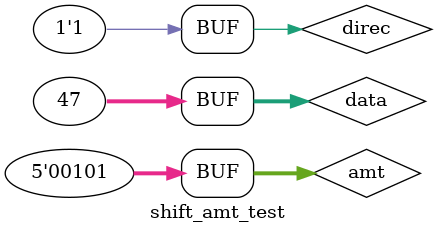
<source format=v>
`timescale 1ns / 1ps


module shift_amt_test;

	// Inputs
	reg [31:0] data;
	reg [4:0] amt;
	reg direc;

	// Outputs
	wire [31:0] result;

	// Instantiate the Unit Under Test (UUT)
	Xshifter uut (
		.result(result), 
		.data(data), 
		.amt(amt), 
		.direc(direc)
	);

	initial begin
		// Initialize Inputs
		data = 0;
		amt = 0;
		direc = 0;

		// Wait 100 ns for global reset to finish
		#100;
      	data = 32'h00000002;
		amt = 5'b01010;
		#20;
		data = 32'h0000002F;
		amt = 5'b00101;
		direc = 1'b1;
		
		// Add stimulus here

	end
      
endmodule


</source>
